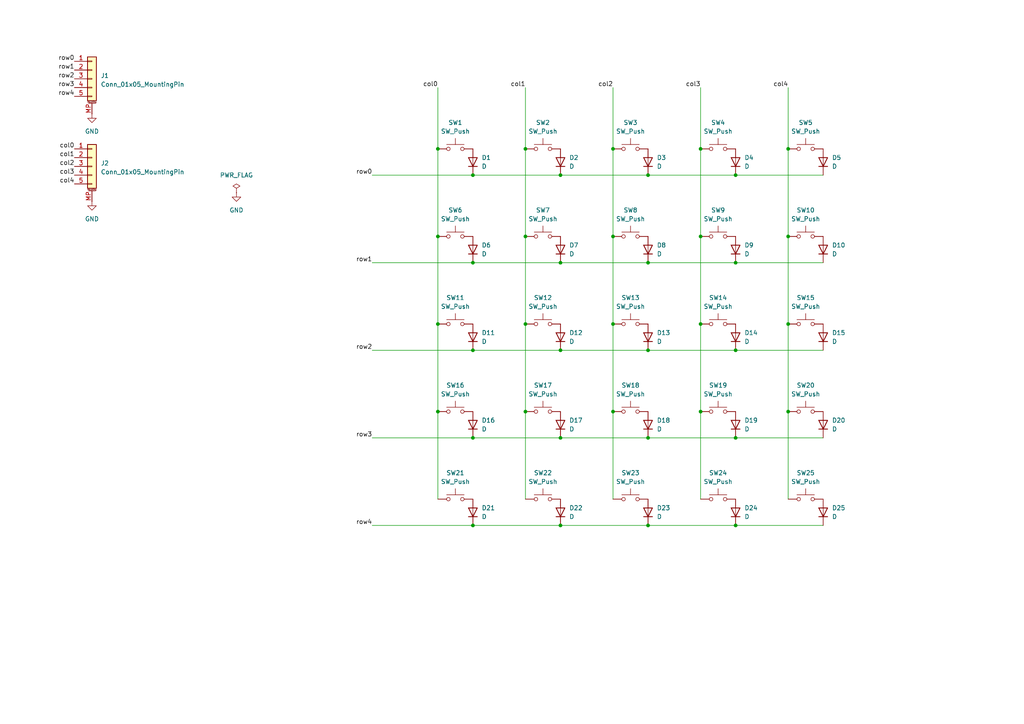
<source format=kicad_sch>
(kicad_sch (version 20231120) (generator "eeschema") (generator_version "8.0")
  (paper "A4")
  (lib_symbols
    (symbol "Connector_Generic_MountingPin:Conn_01x05_MountingPin" (pin_names (offset 1.016) hide)
      (property "Reference" "J" (at 0 7.62 0))
      (property "Value" "Conn_01x05_MountingPin" (at 1.27 -7.62 0))
      (symbol "Conn_01x05_MountingPin_1_1"
        (rectangle (start -1.27 -4.953) (end 0 -5.207) (stroke (width 0.1524)))
        (rectangle (start -1.27 -2.413) (end 0 -2.667) (stroke (width 0.1524)))
        (rectangle (start -1.27 0.127) (end 0 -0.127) (stroke (width 0.1524)))
        (rectangle (start -1.27 2.667) (end 0 2.413) (stroke (width 0.1524)))
        (rectangle (start -1.27 5.207) (end 0 4.953) (stroke (width 0.1524)))
        (rectangle (start -1.27 6.35) (end 1.27 -6.35) (stroke (width 0.254)) (fill (type background)))
        (polyline (pts (xy -1.016 -7.112) (xy 1.016 -7.112)) (stroke (width 0.1524)))
        (text "Mounting" (at 0 -6.731 0) (effects (font (size 0.381 0.381))))
        (pin passive line (at -5.08 5.08 0) (length 3.81) (name "Pin_1") (number "1"))
        (pin passive line (at -5.08 2.54 0) (length 3.81) (name "Pin_2") (number "2"))
        (pin passive line (at -5.08 0 0) (length 3.81) (name "Pin_3") (number "3"))
        (pin passive line (at -5.08 -2.54 0) (length 3.81) (name "Pin_4") (number "4"))
        (pin passive line (at -5.08 -5.08 0) (length 3.81) (name "Pin_5") (number "5"))
        (pin passive line (at 0 -10.16 90) (length 3.048) (name "MountPin") (number "MP"))
      )
    )
    (symbol "Device:D" (pin_numbers hide) (pin_names (offset 1.016) hide)
      (property "Reference" "D" (at 0 2.54 0))
      (property "Value" "D" (at 0 -2.54 0))
      (symbol "D_0_1"
        (polyline (pts (xy -1.27 1.27) (xy -1.27 -1.27)) (stroke (width 0.254)))
        (polyline (pts (xy 1.27 0) (xy -1.27 0)))
        (polyline (pts (xy 1.27 1.27) (xy 1.27 -1.27) (xy -1.27 0) (xy 1.27 1.27)) (stroke (width 0.254)))
      )
      (symbol "D_1_1"
        (pin passive line (at -3.81 0 0) (length 2.54) (name "K") (number "1"))
        (pin passive line (at 3.81 0 180) (length 2.54) (name "A") (number "2"))
      )
    )
    (symbol "Switch:SW_Push" (pin_numbers hide) (pin_names (offset 1.016) hide)
      (property "Reference" "SW" (at 1.27 2.54 0))
      (property "Value" "SW_Push" (at 0 -1.524 0))
      (symbol "SW_Push_0_1"
        (circle (center -2.032 0) (radius 0.508))
        (polyline (pts (xy 0 1.27) (xy 0 3.048)))
        (polyline (pts (xy 2.54 1.27) (xy -2.54 1.27)))
        (circle (center 2.032 0) (radius 0.508))
        (pin passive line (at -5.08 0 0) (length 2.54) (name "1") (number "1"))
        (pin passive line (at 5.08 0 180) (length 2.54) (name "2") (number "2"))
      )
    )
    (symbol "power:GND" (power) (pin_numbers hide) (pin_names (offset 0) hide)
      (property "Value" "GND" (at 0 -3.81 0))
      (symbol "GND_0_1"
        (polyline (pts (xy 0 0) (xy 0 -1.27) (xy 1.27 -1.27) (xy 0 -2.54) (xy -1.27 -1.27) (xy 0 -1.27)))
      )
      (symbol "GND_1_1"
        (pin power_in line (at 0 0 270) (length 0) (name "~") (number "1"))
      )
    )
    (symbol "power:PWR_FLAG" (power) (pin_numbers hide) (pin_names (offset 0) hide)
      (property "Value" "PWR_FLAG" (at 0 3.81 0))
      (symbol "PWR_FLAG_0_0"
        (pin power_out line (at 0 0 90) (length 0) (name "~") (number "1"))
      )
      (symbol "PWR_FLAG_0_1"
        (polyline (pts (xy 0 0) (xy 0 1.27) (xy -1.016 1.905) (xy 0 2.54) (xy 1.016 1.905) (xy 0 1.27)))
      )
    )
  )
  (junction (at 213.36 152.4))
  (junction (at 213.36 50.8))
  (junction (at 137.16 127))
  (junction (at 187.96 50.8))
  (junction (at 177.8 93.98))
  (junction (at 228.6 119.38))
  (junction (at 228.6 43.18))
  (junction (at 203.2 119.38))
  (junction (at 127 68.58))
  (junction (at 213.36 76.2))
  (junction (at 177.8 43.18))
  (junction (at 187.96 152.4))
  (junction (at 162.56 76.2))
  (junction (at 162.56 152.4))
  (junction (at 177.8 119.38))
  (junction (at 127 43.18))
  (junction (at 127 93.98))
  (junction (at 137.16 101.6))
  (junction (at 187.96 127))
  (junction (at 177.8 68.58))
  (junction (at 228.6 68.58))
  (junction (at 137.16 76.2))
  (junction (at 187.96 101.6))
  (junction (at 213.36 127))
  (junction (at 152.4 119.38))
  (junction (at 152.4 43.18))
  (junction (at 213.36 101.6))
  (junction (at 162.56 50.8))
  (junction (at 162.56 127))
  (junction (at 162.56 101.6))
  (junction (at 187.96 76.2))
  (junction (at 137.16 50.8))
  (junction (at 152.4 93.98))
  (junction (at 137.16 152.4))
  (junction (at 203.2 43.18))
  (junction (at 228.6 93.98))
  (junction (at 127 119.38))
  (junction (at 152.4 68.58))
  (junction (at 203.2 68.58))
  (junction (at 203.2 93.98))
  (wire (pts (xy 162.56 152.4) (xy 187.96 152.4)))
  (wire (pts (xy 127 93.98) (xy 127 119.38)))
  (wire (pts (xy 213.36 152.4) (xy 238.76 152.4)))
  (wire (pts (xy 213.36 127) (xy 238.76 127)))
  (wire (pts (xy 203.2 25.4) (xy 203.2 43.18)))
  (wire (pts (xy 228.6 68.58) (xy 228.6 93.98)))
  (wire (pts (xy 107.95 101.6) (xy 137.16 101.6)))
  (wire (pts (xy 187.96 76.2) (xy 213.36 76.2)))
  (wire (pts (xy 137.16 127) (xy 162.56 127)))
  (wire (pts (xy 152.4 93.98) (xy 152.4 119.38)))
  (wire (pts (xy 127 43.18) (xy 127 68.58)))
  (wire (pts (xy 203.2 68.58) (xy 203.2 93.98)))
  (wire (pts (xy 177.8 43.18) (xy 177.8 68.58)))
  (wire (pts (xy 162.56 76.2) (xy 187.96 76.2)))
  (wire (pts (xy 203.2 93.98) (xy 203.2 119.38)))
  (wire (pts (xy 187.96 127) (xy 213.36 127)))
  (wire (pts (xy 107.95 76.2) (xy 137.16 76.2)))
  (wire (pts (xy 187.96 50.8) (xy 213.36 50.8)))
  (wire (pts (xy 228.6 93.98) (xy 228.6 119.38)))
  (wire (pts (xy 177.8 25.4) (xy 177.8 43.18)))
  (wire (pts (xy 228.6 43.18) (xy 228.6 68.58)))
  (wire (pts (xy 127 25.4) (xy 127 43.18)))
  (wire (pts (xy 187.96 152.4) (xy 213.36 152.4)))
  (wire (pts (xy 107.95 50.8) (xy 137.16 50.8)))
  (wire (pts (xy 107.95 152.4) (xy 137.16 152.4)))
  (wire (pts (xy 137.16 152.4) (xy 162.56 152.4)))
  (wire (pts (xy 213.36 76.2) (xy 238.76 76.2)))
  (wire (pts (xy 127 119.38) (xy 127 144.78)))
  (wire (pts (xy 152.4 43.18) (xy 152.4 68.58)))
  (wire (pts (xy 213.36 50.8) (xy 238.76 50.8)))
  (wire (pts (xy 152.4 68.58) (xy 152.4 93.98)))
  (wire (pts (xy 162.56 101.6) (xy 187.96 101.6)))
  (wire (pts (xy 177.8 119.38) (xy 177.8 144.78)))
  (wire (pts (xy 187.96 101.6) (xy 213.36 101.6)))
  (wire (pts (xy 228.6 25.4) (xy 228.6 43.18)))
  (wire (pts (xy 203.2 43.18) (xy 203.2 68.58)))
  (wire (pts (xy 162.56 50.8) (xy 187.96 50.8)))
  (wire (pts (xy 213.36 101.6) (xy 238.76 101.6)))
  (wire (pts (xy 177.8 93.98) (xy 177.8 119.38)))
  (wire (pts (xy 137.16 50.8) (xy 162.56 50.8)))
  (wire (pts (xy 137.16 101.6) (xy 162.56 101.6)))
  (wire (pts (xy 177.8 68.58) (xy 177.8 93.98)))
  (wire (pts (xy 152.4 119.38) (xy 152.4 144.78)))
  (wire (pts (xy 127 68.58) (xy 127 93.98)))
  (wire (pts (xy 162.56 127) (xy 187.96 127)))
  (wire (pts (xy 152.4 25.4) (xy 152.4 43.18)))
  (wire (pts (xy 137.16 76.2) (xy 162.56 76.2)))
  (wire (pts (xy 107.95 127) (xy 137.16 127)))
  (wire (pts (xy 228.6 119.38) (xy 228.6 144.78)))
  (wire (pts (xy 203.2 119.38) (xy 203.2 144.78)))
  (label "row1" (at 107.95 76.2 180))
  (label "col1" (at 152.4 25.4 180))
  (label "col2" (at 21.59 48.26 180))
  (label "col0" (at 21.59 43.18 180))
  (label "row1" (at 21.59 20.32 180))
  (label "row4" (at 21.59 27.94 180))
  (label "col2" (at 177.8 25.4 180))
  (label "col4" (at 228.6 25.4 180))
  (label "row0" (at 107.95 50.8 180))
  (label "row0" (at 21.59 17.78 180))
  (label "col4" (at 21.59 53.34 180))
  (label "col3" (at 203.2 25.4 180))
  (label "row3" (at 107.95 127 180))
  (label "row4" (at 107.95 152.4 180))
  (label "row3" (at 21.59 25.4 180))
  (label "col1" (at 21.59 45.72 180))
  (label "row2" (at 107.95 101.6 180))
  (label "row2" (at 21.59 22.86 180))
  (label "col0" (at 127 25.4 180))
  (label "col3" (at 21.59 50.8 180))
  (symbol (lib_id "Switch:SW_Push") (at 233.68 68.58 0) (unit 1)
    (property "Reference" "SW10" (at 233.68 60.96 0))
    (property "Value" "SW_Push" (at 233.68 63.5 0))
    (property "Footprint" "PCM_Switch_Keyboard_Hotswap_Kailh:SW_Hotswap_Kailh_Choc_V1V2" (effects (hide yes)))
    (property "Description" "SWITCH SKT FOR KAILH CHOC" (effects (hide yes)))
    (property "Manufacturer Part number" "5118" (effects (hide yes)))
    (property "Original" "Y" (effects (hide yes)))
    (property "Purchase Link" "https://www.digikey.com/en/products/detail/adafruit-industries-llc/5118/14671678" (effects (hide yes)))
  )
  (symbol (lib_id "Switch:SW_Push") (at 132.08 144.78 0) (unit 1)
    (property "Reference" "SW21" (at 132.08 137.16 0))
    (property "Value" "SW_Push" (at 132.08 139.7 0))
    (property "Footprint" "PCM_Switch_Keyboard_Hotswap_Kailh:SW_Hotswap_Kailh_Choc_V1V2" (effects (hide yes)))
    (property "Description" "SWITCH SKT FOR KAILH CHOC" (effects (hide yes)))
    (property "Manufacturer Part number" "5118" (effects (hide yes)))
    (property "Original" "Y" (effects (hide yes)))
    (property "Purchase Link" "https://www.digikey.com/en/products/detail/adafruit-industries-llc/5118/14671678" (effects (hide yes)))
  )
  (symbol (lib_id "Device:D") (at 162.56 97.79 90) (unit 1)
    (property "Reference" "D12" (at 165.1 96.5199 90) (effects (justify right)))
    (property "Value" "D" (at 165.1 99.0599 90) (effects (justify right)))
    (property "Footprint" "Diode_SMD:D_0402_1005Metric" (effects (hide yes)))
    (property "Description" "DIODE STANDARD 100V 150MA 2DFN" (effects (hide yes)))
    (property "Manufacturer Part number" "1N4148WL2-TP" (effects (hide yes)))
    (property "Original" "N" (effects (hide yes)))
    (property "Purchase Link" "https://www.digikey.jp/ja/products/detail/mcc-micro-commercial-components/1N4148WL2-TP/6193188" (effects (hide yes)))
  )
  (symbol (lib_id "Device:D") (at 162.56 46.99 90) (unit 1)
    (property "Reference" "D2" (at 165.1 45.7199 90) (effects (justify right)))
    (property "Value" "D" (at 165.1 48.2599 90) (effects (justify right)))
    (property "Footprint" "Diode_SMD:D_0402_1005Metric" (effects (hide yes)))
    (property "Description" "DIODE STANDARD 100V 150MA 2DFN" (effects (hide yes)))
    (property "Manufacturer Part number" "1N4148WL2-TP" (effects (hide yes)))
    (property "Original" "N" (effects (hide yes)))
    (property "Purchase Link" "https://www.digikey.jp/ja/products/detail/mcc-micro-commercial-components/1N4148WL2-TP/6193188" (effects (hide yes)))
  )
  (symbol (lib_id "power:GND") (at 68.58 55.88 0) (unit 1)
    (property "Reference" "#PWR2" (effects (hide yes)))
    (property "Value" "GND" (at 68.58 60.96 0))
    (property "Description" "Power symbol creates a global label with name \"GND\" , ground" (effects (hide yes)))
  )
  (symbol (lib_id "Device:D") (at 213.36 46.99 90) (unit 1)
    (property "Reference" "D4" (at 215.9 45.7199 90) (effects (justify right)))
    (property "Value" "D" (at 215.9 48.2599 90) (effects (justify right)))
    (property "Footprint" "Diode_SMD:D_0402_1005Metric" (effects (hide yes)))
    (property "Description" "DIODE STANDARD 100V 150MA 2DFN" (effects (hide yes)))
    (property "Manufacturer Part number" "1N4148WL2-TP" (effects (hide yes)))
    (property "Original" "N" (effects (hide yes)))
    (property "Purchase Link" "https://www.digikey.jp/ja/products/detail/mcc-micro-commercial-components/1N4148WL2-TP/6193188" (effects (hide yes)))
  )
  (symbol (lib_id "Switch:SW_Push") (at 132.08 68.58 0) (unit 1)
    (property "Reference" "SW6" (at 132.08 60.96 0))
    (property "Value" "SW_Push" (at 132.08 63.5 0))
    (property "Footprint" "PCM_Switch_Keyboard_Hotswap_Kailh:SW_Hotswap_Kailh_Choc_V1V2" (effects (hide yes)))
    (property "Description" "SWITCH SKT FOR KAILH CHOC" (effects (hide yes)))
    (property "Manufacturer Part number" "5118" (effects (hide yes)))
    (property "Original" "Y" (effects (hide yes)))
    (property "Purchase Link" "https://www.digikey.com/en/products/detail/adafruit-industries-llc/5118/14671678" (effects (hide yes)))
  )
  (symbol (lib_id "Switch:SW_Push") (at 157.48 43.18 0) (unit 1)
    (property "Reference" "SW2" (at 157.48 35.56 0))
    (property "Value" "SW_Push" (at 157.48 38.1 0))
    (property "Footprint" "PCM_Switch_Keyboard_Hotswap_Kailh:SW_Hotswap_Kailh_Choc_V1V2" (effects (hide yes)))
    (property "Description" "SWITCH SKT FOR KAILH CHOC" (effects (hide yes)))
    (property "Manufacturer Part number" "5118" (effects (hide yes)))
    (property "Original" "Y" (effects (hide yes)))
    (property "Purchase Link" "https://www.digikey.com/en/products/detail/adafruit-industries-llc/5118/14671678" (effects (hide yes)))
  )
  (symbol (lib_id "Switch:SW_Push") (at 182.88 43.18 0) (unit 1)
    (property "Reference" "SW3" (at 182.88 35.56 0))
    (property "Value" "SW_Push" (at 182.88 38.1 0))
    (property "Footprint" "PCM_Switch_Keyboard_Hotswap_Kailh:SW_Hotswap_Kailh_Choc_V1V2" (effects (hide yes)))
    (property "Description" "SWITCH SKT FOR KAILH CHOC" (effects (hide yes)))
    (property "Manufacturer Part number" "5118" (effects (hide yes)))
    (property "Original" "Y" (effects (hide yes)))
    (property "Purchase Link" "https://www.digikey.com/en/products/detail/adafruit-industries-llc/5118/14671678" (effects (hide yes)))
  )
  (symbol (lib_id "Device:D") (at 187.96 148.59 90) (unit 1)
    (property "Reference" "D23" (at 190.5 147.3199 90) (effects (justify right)))
    (property "Value" "D" (at 190.5 149.8599 90) (effects (justify right)))
    (property "Footprint" "Diode_SMD:D_0402_1005Metric" (effects (hide yes)))
    (property "Description" "DIODE STANDARD 100V 150MA 2DFN" (effects (hide yes)))
    (property "Manufacturer Part number" "1N4148WL2-TP" (effects (hide yes)))
    (property "Original" "N" (effects (hide yes)))
    (property "Purchase Link" "https://www.digikey.jp/ja/products/detail/mcc-micro-commercial-components/1N4148WL2-TP/6193188" (effects (hide yes)))
  )
  (symbol (lib_id "Switch:SW_Push") (at 157.48 144.78 0) (unit 1)
    (property "Reference" "SW22" (at 157.48 137.16 0))
    (property "Value" "SW_Push" (at 157.48 139.7 0))
    (property "Footprint" "PCM_Switch_Keyboard_Hotswap_Kailh:SW_Hotswap_Kailh_Choc_V1V2" (effects (hide yes)))
    (property "Description" "SWITCH SKT FOR KAILH CHOC" (effects (hide yes)))
    (property "Manufacturer Part number" "5118" (effects (hide yes)))
    (property "Original" "Y" (effects (hide yes)))
    (property "Purchase Link" "https://www.digikey.com/en/products/detail/adafruit-industries-llc/5118/14671678" (effects (hide yes)))
  )
  (symbol (lib_id "Switch:SW_Push") (at 132.08 93.98 0) (unit 1)
    (property "Reference" "SW11" (at 132.08 86.36 0))
    (property "Value" "SW_Push" (at 132.08 88.9 0))
    (property "Footprint" "PCM_Switch_Keyboard_Hotswap_Kailh:SW_Hotswap_Kailh_Choc_V1V2" (effects (hide yes)))
    (property "Description" "SWITCH SKT FOR KAILH CHOC" (effects (hide yes)))
    (property "Manufacturer Part number" "5118" (effects (hide yes)))
    (property "Original" "Y" (effects (hide yes)))
    (property "Purchase Link" "https://www.digikey.com/en/products/detail/adafruit-industries-llc/5118/14671678" (effects (hide yes)))
  )
  (symbol (lib_id "Device:D") (at 238.76 97.79 90) (unit 1)
    (property "Reference" "D15" (at 241.3 96.5199 90) (effects (justify right)))
    (property "Value" "D" (at 241.3 99.0599 90) (effects (justify right)))
    (property "Footprint" "Diode_SMD:D_0402_1005Metric" (effects (hide yes)))
    (property "Description" "DIODE STANDARD 100V 150MA 2DFN" (effects (hide yes)))
    (property "Manufacturer Part number" "1N4148WL2-TP" (effects (hide yes)))
    (property "Original" "N" (effects (hide yes)))
    (property "Purchase Link" "https://www.digikey.jp/ja/products/detail/mcc-micro-commercial-components/1N4148WL2-TP/6193188" (effects (hide yes)))
  )
  (symbol (lib_id "Switch:SW_Push") (at 233.68 43.18 0) (unit 1)
    (property "Reference" "SW5" (at 233.68 35.56 0))
    (property "Value" "SW_Push" (at 233.68 38.1 0))
    (property "Footprint" "PCM_Switch_Keyboard_Hotswap_Kailh:SW_Hotswap_Kailh_Choc_V1V2" (effects (hide yes)))
    (property "Description" "SWITCH SKT FOR KAILH CHOC" (effects (hide yes)))
    (property "Manufacturer Part number" "5118" (effects (hide yes)))
    (property "Original" "Y" (effects (hide yes)))
    (property "Purchase Link" "https://www.digikey.com/en/products/detail/adafruit-industries-llc/5118/14671678" (effects (hide yes)))
  )
  (symbol (lib_id "Device:D") (at 213.36 123.19 90) (unit 1)
    (property "Reference" "D19" (at 215.9 121.9199 90) (effects (justify right)))
    (property "Value" "D" (at 215.9 124.4599 90) (effects (justify right)))
    (property "Footprint" "Diode_SMD:D_0402_1005Metric" (effects (hide yes)))
    (property "Description" "DIODE STANDARD 100V 150MA 2DFN" (effects (hide yes)))
    (property "Manufacturer Part number" "1N4148WL2-TP" (effects (hide yes)))
    (property "Original" "N" (effects (hide yes)))
    (property "Purchase Link" "https://www.digikey.jp/ja/products/detail/mcc-micro-commercial-components/1N4148WL2-TP/6193188" (effects (hide yes)))
  )
  (symbol (lib_id "Switch:SW_Push") (at 182.88 68.58 0) (unit 1)
    (property "Reference" "SW8" (at 182.88 60.96 0))
    (property "Value" "SW_Push" (at 182.88 63.5 0))
    (property "Footprint" "PCM_Switch_Keyboard_Hotswap_Kailh:SW_Hotswap_Kailh_Choc_V1V2" (effects (hide yes)))
    (property "Description" "SWITCH SKT FOR KAILH CHOC" (effects (hide yes)))
    (property "Manufacturer Part number" "5118" (effects (hide yes)))
    (property "Original" "Y" (effects (hide yes)))
    (property "Purchase Link" "https://www.digikey.com/en/products/detail/adafruit-industries-llc/5118/14671678" (effects (hide yes)))
  )
  (symbol (lib_id "Device:D") (at 137.16 148.59 90) (unit 1)
    (property "Reference" "D21" (at 139.7 147.3199 90) (effects (justify right)))
    (property "Value" "D" (at 139.7 149.8599 90) (effects (justify right)))
    (property "Footprint" "Diode_SMD:D_0402_1005Metric" (effects (hide yes)))
    (property "Description" "DIODE STANDARD 100V 150MA 2DFN" (effects (hide yes)))
    (property "Manufacturer Part number" "1N4148WL2-TP" (effects (hide yes)))
    (property "Original" "N" (effects (hide yes)))
    (property "Purchase Link" "https://www.digikey.jp/ja/products/detail/mcc-micro-commercial-components/1N4148WL2-TP/6193188" (effects (hide yes)))
  )
  (symbol (lib_id "Switch:SW_Push") (at 182.88 93.98 0) (unit 1)
    (property "Reference" "SW13" (at 182.88 86.36 0))
    (property "Value" "SW_Push" (at 182.88 88.9 0))
    (property "Footprint" "PCM_Switch_Keyboard_Hotswap_Kailh:SW_Hotswap_Kailh_Choc_V1V2" (effects (hide yes)))
    (property "Description" "SWITCH SKT FOR KAILH CHOC" (effects (hide yes)))
    (property "Manufacturer Part number" "5118" (effects (hide yes)))
    (property "Original" "Y" (effects (hide yes)))
    (property "Purchase Link" "https://www.digikey.com/en/products/detail/adafruit-industries-llc/5118/14671678" (effects (hide yes)))
  )
  (symbol (lib_id "Device:D") (at 238.76 72.39 90) (unit 1)
    (property "Reference" "D10" (at 241.3 71.1199 90) (effects (justify right)))
    (property "Value" "D" (at 241.3 73.6599 90) (effects (justify right)))
    (property "Footprint" "Diode_SMD:D_0402_1005Metric" (effects (hide yes)))
    (property "Description" "DIODE STANDARD 100V 150MA 2DFN" (effects (hide yes)))
    (property "Manufacturer Part number" "1N4148WL2-TP" (effects (hide yes)))
    (property "Original" "N" (effects (hide yes)))
    (property "Purchase Link" "https://www.digikey.jp/ja/products/detail/mcc-micro-commercial-components/1N4148WL2-TP/6193188" (effects (hide yes)))
  )
  (symbol (lib_id "power:GND") (at 26.67 58.42 0) (unit 1)
    (property "Reference" "#PWR3" (effects (hide yes)))
    (property "Value" "GND" (at 26.67 63.5 0))
    (property "Description" "Power symbol creates a global label with name \"GND\" , ground" (effects (hide yes)))
  )
  (symbol (lib_id "Device:D") (at 162.56 72.39 90) (unit 1)
    (property "Reference" "D7" (at 165.1 71.1199 90) (effects (justify right)))
    (property "Value" "D" (at 165.1 73.6599 90) (effects (justify right)))
    (property "Footprint" "Diode_SMD:D_0402_1005Metric" (effects (hide yes)))
    (property "Description" "DIODE STANDARD 100V 150MA 2DFN" (effects (hide yes)))
    (property "Manufacturer Part number" "1N4148WL2-TP" (effects (hide yes)))
    (property "Original" "N" (effects (hide yes)))
    (property "Purchase Link" "https://www.digikey.jp/ja/products/detail/mcc-micro-commercial-components/1N4148WL2-TP/6193188" (effects (hide yes)))
  )
  (symbol (lib_id "Switch:SW_Push") (at 208.28 68.58 0) (unit 1)
    (property "Reference" "SW9" (at 208.28 60.96 0))
    (property "Value" "SW_Push" (at 208.28 63.5 0))
    (property "Footprint" "PCM_Switch_Keyboard_Hotswap_Kailh:SW_Hotswap_Kailh_Choc_V1V2" (effects (hide yes)))
    (property "Description" "SWITCH SKT FOR KAILH CHOC" (effects (hide yes)))
    (property "Manufacturer Part number" "5118" (effects (hide yes)))
    (property "Original" "Y" (effects (hide yes)))
    (property "Purchase Link" "https://www.digikey.com/en/products/detail/adafruit-industries-llc/5118/14671678" (effects (hide yes)))
  )
  (symbol (lib_id "Switch:SW_Push") (at 132.08 119.38 0) (unit 1)
    (property "Reference" "SW16" (at 132.08 111.76 0))
    (property "Value" "SW_Push" (at 132.08 114.3 0))
    (property "Footprint" "PCM_Switch_Keyboard_Hotswap_Kailh:SW_Hotswap_Kailh_Choc_V1V2" (effects (hide yes)))
    (property "Description" "SWITCH SKT FOR KAILH CHOC" (effects (hide yes)))
    (property "Manufacturer Part number" "5118" (effects (hide yes)))
    (property "Original" "Y" (effects (hide yes)))
    (property "Purchase Link" "https://www.digikey.com/en/products/detail/adafruit-industries-llc/5118/14671678" (effects (hide yes)))
  )
  (symbol (lib_id "Device:D") (at 187.96 123.19 90) (unit 1)
    (property "Reference" "D18" (at 190.5 121.9199 90) (effects (justify right)))
    (property "Value" "D" (at 190.5 124.4599 90) (effects (justify right)))
    (property "Footprint" "Diode_SMD:D_0402_1005Metric" (effects (hide yes)))
    (property "Description" "DIODE STANDARD 100V 150MA 2DFN" (effects (hide yes)))
    (property "Manufacturer Part number" "1N4148WL2-TP" (effects (hide yes)))
    (property "Original" "N" (effects (hide yes)))
    (property "Purchase Link" "https://www.digikey.jp/ja/products/detail/mcc-micro-commercial-components/1N4148WL2-TP/6193188" (effects (hide yes)))
  )
  (symbol (lib_id "Connector_Generic_MountingPin:Conn_01x05_MountingPin") (at 26.67 22.86 0) (unit 1)
    (property "Reference" "J1" (at 29.21 21.9455 0) (effects (justify left)))
    (property "Value" "Conn_01x05_MountingPin" (at 29.21 24.4855 0) (effects (justify left)))
    (property "Footprint" "Connector_JST:JST_PH_S5B-PH-SM4-TB_1x05-1MP_P2.00mm_Horizontal" (effects (hide yes)))
    (property "Description" "S5B-PH-SM4-TB" (effects (hide yes)))
    (property "Manufacturer Part number" "S5B-PH-SM4-TB" (effects (hide yes)))
    (property "Original" "N" (effects (hide yes)))
    (property "Purchase Link" "https://www.digikey.jp/en/products/detail/jst-sales-america-inc/s5b-ph-sm4-tb/926658" (effects (hide yes)))
  )
  (symbol (lib_id "Device:D") (at 187.96 97.79 90) (unit 1)
    (property "Reference" "D13" (at 190.5 96.5199 90) (effects (justify right)))
    (property "Value" "D" (at 190.5 99.0599 90) (effects (justify right)))
    (property "Footprint" "Diode_SMD:D_0402_1005Metric" (effects (hide yes)))
    (property "Description" "DIODE STANDARD 100V 150MA 2DFN" (effects (hide yes)))
    (property "Manufacturer Part number" "1N4148WL2-TP" (effects (hide yes)))
    (property "Original" "N" (effects (hide yes)))
    (property "Purchase Link" "https://www.digikey.jp/ja/products/detail/mcc-micro-commercial-components/1N4148WL2-TP/6193188" (effects (hide yes)))
  )
  (symbol (lib_id "Device:D") (at 187.96 46.99 90) (unit 1)
    (property "Reference" "D3" (at 190.5 45.7199 90) (effects (justify right)))
    (property "Value" "D" (at 190.5 48.2599 90) (effects (justify right)))
    (property "Footprint" "Diode_SMD:D_0402_1005Metric" (effects (hide yes)))
    (property "Description" "DIODE STANDARD 100V 150MA 2DFN" (effects (hide yes)))
    (property "Manufacturer Part number" "1N4148WL2-TP" (effects (hide yes)))
    (property "Original" "N" (effects (hide yes)))
    (property "Purchase Link" "https://www.digikey.jp/ja/products/detail/mcc-micro-commercial-components/1N4148WL2-TP/6193188" (effects (hide yes)))
  )
  (symbol (lib_id "Device:D") (at 213.36 72.39 90) (unit 1)
    (property "Reference" "D9" (at 215.9 71.1199 90) (effects (justify right)))
    (property "Value" "D" (at 215.9 73.6599 90) (effects (justify right)))
    (property "Footprint" "Diode_SMD:D_0402_1005Metric" (effects (hide yes)))
    (property "Description" "DIODE STANDARD 100V 150MA 2DFN" (effects (hide yes)))
    (property "Manufacturer Part number" "1N4148WL2-TP" (effects (hide yes)))
    (property "Original" "N" (effects (hide yes)))
    (property "Purchase Link" "https://www.digikey.jp/ja/products/detail/mcc-micro-commercial-components/1N4148WL2-TP/6193188" (effects (hide yes)))
  )
  (symbol (lib_id "Device:D") (at 137.16 72.39 90) (unit 1)
    (property "Reference" "D6" (at 139.7 71.1199 90) (effects (justify right)))
    (property "Value" "D" (at 139.7 73.6599 90) (effects (justify right)))
    (property "Footprint" "Diode_SMD:D_0402_1005Metric" (effects (hide yes)))
    (property "Description" "DIODE STANDARD 100V 150MA 2DFN" (effects (hide yes)))
    (property "Manufacturer Part number" "1N4148WL2-TP" (effects (hide yes)))
    (property "Original" "N" (effects (hide yes)))
    (property "Purchase Link" "https://www.digikey.jp/ja/products/detail/mcc-micro-commercial-components/1N4148WL2-TP/6193188" (effects (hide yes)))
  )
  (symbol (lib_id "Switch:SW_Push") (at 132.08 43.18 0) (unit 1)
    (property "Reference" "SW1" (at 132.08 35.56 0))
    (property "Value" "SW_Push" (at 132.08 38.1 0))
    (property "Footprint" "PCM_Switch_Keyboard_Hotswap_Kailh:SW_Hotswap_Kailh_Choc_V1V2" (effects (hide yes)))
    (property "Description" "SWITCH SKT FOR KAILH CHOC" (effects (hide yes)))
    (property "Manufacturer Part number" "5118" (effects (hide yes)))
    (property "Original" "Y" (effects (hide yes)))
    (property "Purchase Link" "https://www.digikey.com/en/products/detail/adafruit-industries-llc/5118/14671678" (effects (hide yes)))
  )
  (symbol (lib_id "power:GND") (at 26.67 33.02 0) (unit 1)
    (property "Reference" "#PWR1" (effects (hide yes)))
    (property "Value" "GND" (at 26.67 38.1 0))
    (property "Description" "Power symbol creates a global label with name \"GND\" , ground" (effects (hide yes)))
  )
  (symbol (lib_id "Switch:SW_Push") (at 182.88 119.38 0) (unit 1)
    (property "Reference" "SW18" (at 182.88 111.76 0))
    (property "Value" "SW_Push" (at 182.88 114.3 0))
    (property "Footprint" "PCM_Switch_Keyboard_Hotswap_Kailh:SW_Hotswap_Kailh_Choc_V1V2" (effects (hide yes)))
    (property "Description" "SWITCH SKT FOR KAILH CHOC" (effects (hide yes)))
    (property "Manufacturer Part number" "5118" (effects (hide yes)))
    (property "Original" "Y" (effects (hide yes)))
    (property "Purchase Link" "https://www.digikey.com/en/products/detail/adafruit-industries-llc/5118/14671678" (effects (hide yes)))
  )
  (symbol (lib_id "Switch:SW_Push") (at 157.48 93.98 0) (unit 1)
    (property "Reference" "SW12" (at 157.48 86.36 0))
    (property "Value" "SW_Push" (at 157.48 88.9 0))
    (property "Footprint" "PCM_Switch_Keyboard_Hotswap_Kailh:SW_Hotswap_Kailh_Choc_V1V2" (effects (hide yes)))
    (property "Description" "SWITCH SKT FOR KAILH CHOC" (effects (hide yes)))
    (property "Manufacturer Part number" "5118" (effects (hide yes)))
    (property "Original" "Y" (effects (hide yes)))
    (property "Purchase Link" "https://www.digikey.com/en/products/detail/adafruit-industries-llc/5118/14671678" (effects (hide yes)))
  )
  (symbol (lib_id "Device:D") (at 137.16 123.19 90) (unit 1)
    (property "Reference" "D16" (at 139.7 121.9199 90) (effects (justify right)))
    (property "Value" "D" (at 139.7 124.4599 90) (effects (justify right)))
    (property "Footprint" "Diode_SMD:D_0402_1005Metric" (effects (hide yes)))
    (property "Description" "DIODE STANDARD 100V 150MA 2DFN" (effects (hide yes)))
    (property "Manufacturer Part number" "1N4148WL2-TP" (effects (hide yes)))
    (property "Original" "N" (effects (hide yes)))
    (property "Purchase Link" "https://www.digikey.jp/ja/products/detail/mcc-micro-commercial-components/1N4148WL2-TP/6193188" (effects (hide yes)))
  )
  (symbol (lib_id "Switch:SW_Push") (at 233.68 93.98 0) (unit 1)
    (property "Reference" "SW15" (at 233.68 86.36 0))
    (property "Value" "SW_Push" (at 233.68 88.9 0))
    (property "Footprint" "PCM_Switch_Keyboard_Hotswap_Kailh:SW_Hotswap_Kailh_Choc_V1V2" (effects (hide yes)))
    (property "Description" "SWITCH SKT FOR KAILH CHOC" (effects (hide yes)))
    (property "Manufacturer Part number" "5118" (effects (hide yes)))
    (property "Original" "Y" (effects (hide yes)))
    (property "Purchase Link" "https://www.digikey.com/en/products/detail/adafruit-industries-llc/5118/14671678" (effects (hide yes)))
  )
  (symbol (lib_id "Device:D") (at 137.16 46.99 90) (unit 1)
    (property "Reference" "D1" (at 139.7 45.7199 90) (effects (justify right)))
    (property "Value" "D" (at 139.7 48.2599 90) (effects (justify right)))
    (property "Footprint" "Diode_SMD:D_0402_1005Metric" (effects (hide yes)))
    (property "Description" "DIODE STANDARD 100V 150MA 2DFN" (effects (hide yes)))
    (property "Manufacturer Part number" "1N4148WL2-TP" (effects (hide yes)))
    (property "Original" "N" (effects (hide yes)))
    (property "Purchase Link" "https://www.digikey.jp/ja/products/detail/mcc-micro-commercial-components/1N4148WL2-TP/6193188" (effects (hide yes)))
  )
  (symbol (lib_id "Device:D") (at 238.76 148.59 90) (unit 1)
    (property "Reference" "D25" (at 241.3 147.3199 90) (effects (justify right)))
    (property "Value" "D" (at 241.3 149.8599 90) (effects (justify right)))
    (property "Footprint" "Diode_SMD:D_0402_1005Metric" (effects (hide yes)))
    (property "Description" "DIODE STANDARD 100V 150MA 2DFN" (effects (hide yes)))
    (property "Manufacturer Part number" "1N4148WL2-TP" (effects (hide yes)))
    (property "Original" "N" (effects (hide yes)))
    (property "Purchase Link" "https://www.digikey.jp/ja/products/detail/mcc-micro-commercial-components/1N4148WL2-TP/6193188" (effects (hide yes)))
  )
  (symbol (lib_id "Device:D") (at 137.16 97.79 90) (unit 1)
    (property "Reference" "D11" (at 139.7 96.5199 90) (effects (justify right)))
    (property "Value" "D" (at 139.7 99.0599 90) (effects (justify right)))
    (property "Footprint" "Diode_SMD:D_0402_1005Metric" (effects (hide yes)))
    (property "Description" "DIODE STANDARD 100V 150MA 2DFN" (effects (hide yes)))
    (property "Manufacturer Part number" "1N4148WL2-TP" (effects (hide yes)))
    (property "Original" "N" (effects (hide yes)))
    (property "Purchase Link" "https://www.digikey.jp/ja/products/detail/mcc-micro-commercial-components/1N4148WL2-TP/6193188" (effects (hide yes)))
  )
  (symbol (lib_id "Switch:SW_Push") (at 157.48 68.58 0) (unit 1)
    (property "Reference" "SW7" (at 157.48 60.96 0))
    (property "Value" "SW_Push" (at 157.48 63.5 0))
    (property "Footprint" "PCM_Switch_Keyboard_Hotswap_Kailh:SW_Hotswap_Kailh_Choc_V1V2" (effects (hide yes)))
    (property "Description" "SWITCH SKT FOR KAILH CHOC" (effects (hide yes)))
    (property "Manufacturer Part number" "5118" (effects (hide yes)))
    (property "Original" "Y" (effects (hide yes)))
    (property "Purchase Link" "https://www.digikey.com/en/products/detail/adafruit-industries-llc/5118/14671678" (effects (hide yes)))
  )
  (symbol (lib_id "Device:D") (at 238.76 46.99 90) (unit 1)
    (property "Reference" "D5" (at 241.3 45.7199 90) (effects (justify right)))
    (property "Value" "D" (at 241.3 48.2599 90) (effects (justify right)))
    (property "Footprint" "Diode_SMD:D_0402_1005Metric" (effects (hide yes)))
    (property "Description" "DIODE STANDARD 100V 150MA 2DFN" (effects (hide yes)))
    (property "Manufacturer Part number" "1N4148WL2-TP" (effects (hide yes)))
    (property "Original" "N" (effects (hide yes)))
    (property "Purchase Link" "https://www.digikey.jp/ja/products/detail/mcc-micro-commercial-components/1N4148WL2-TP/6193188" (effects (hide yes)))
  )
  (symbol (lib_id "Switch:SW_Push") (at 208.28 119.38 0) (unit 1)
    (property "Reference" "SW19" (at 208.28 111.76 0))
    (property "Value" "SW_Push" (at 208.28 114.3 0))
    (property "Footprint" "PCM_Switch_Keyboard_Hotswap_Kailh:SW_Hotswap_Kailh_Choc_V1V2" (effects (hide yes)))
    (property "Description" "SWITCH SKT FOR KAILH CHOC" (effects (hide yes)))
    (property "Manufacturer Part number" "5118" (effects (hide yes)))
    (property "Original" "Y" (effects (hide yes)))
    (property "Purchase Link" "https://www.digikey.com/en/products/detail/adafruit-industries-llc/5118/14671678" (effects (hide yes)))
  )
  (symbol (lib_id "Device:D") (at 187.96 72.39 90) (unit 1)
    (property "Reference" "D8" (at 190.5 71.1199 90) (effects (justify right)))
    (property "Value" "D" (at 190.5 73.6599 90) (effects (justify right)))
    (property "Footprint" "Diode_SMD:D_0402_1005Metric" (effects (hide yes)))
    (property "Description" "DIODE STANDARD 100V 150MA 2DFN" (effects (hide yes)))
    (property "Manufacturer Part number" "1N4148WL2-TP" (effects (hide yes)))
    (property "Original" "N" (effects (hide yes)))
    (property "Purchase Link" "https://www.digikey.jp/ja/products/detail/mcc-micro-commercial-components/1N4148WL2-TP/6193188" (effects (hide yes)))
  )
  (symbol (lib_id "Switch:SW_Push") (at 157.48 119.38 0) (unit 1)
    (property "Reference" "SW17" (at 157.48 111.76 0))
    (property "Value" "SW_Push" (at 157.48 114.3 0))
    (property "Footprint" "PCM_Switch_Keyboard_Hotswap_Kailh:SW_Hotswap_Kailh_Choc_V1V2" (effects (hide yes)))
    (property "Description" "SWITCH SKT FOR KAILH CHOC" (effects (hide yes)))
    (property "Manufacturer Part number" "5118" (effects (hide yes)))
    (property "Original" "Y" (effects (hide yes)))
    (property "Purchase Link" "https://www.digikey.com/en/products/detail/adafruit-industries-llc/5118/14671678" (effects (hide yes)))
  )
  (symbol (lib_id "Device:D") (at 213.36 148.59 90) (unit 1)
    (property "Reference" "D24" (at 215.9 147.3199 90) (effects (justify right)))
    (property "Value" "D" (at 215.9 149.8599 90) (effects (justify right)))
    (property "Footprint" "Diode_SMD:D_0402_1005Metric" (effects (hide yes)))
    (property "Description" "DIODE STANDARD 100V 150MA 2DFN" (effects (hide yes)))
    (property "Manufacturer Part number" "1N4148WL2-TP" (effects (hide yes)))
    (property "Original" "N" (effects (hide yes)))
    (property "Purchase Link" "https://www.digikey.jp/ja/products/detail/mcc-micro-commercial-components/1N4148WL2-TP/6193188" (effects (hide yes)))
  )
  (symbol (lib_id "Switch:SW_Push") (at 208.28 144.78 0) (unit 1)
    (property "Reference" "SW24" (at 208.28 137.16 0))
    (property "Value" "SW_Push" (at 208.28 139.7 0))
    (property "Footprint" "PCM_Switch_Keyboard_Hotswap_Kailh:SW_Hotswap_Kailh_Choc_V1V2" (effects (hide yes)))
    (property "Description" "SWITCH SKT FOR KAILH CHOC" (effects (hide yes)))
    (property "Manufacturer Part number" "5118" (effects (hide yes)))
    (property "Original" "Y" (effects (hide yes)))
    (property "Purchase Link" "https://www.digikey.com/en/products/detail/adafruit-industries-llc/5118/14671678" (effects (hide yes)))
  )
  (symbol (lib_id "Device:D") (at 162.56 123.19 90) (unit 1)
    (property "Reference" "D17" (at 165.1 121.9199 90) (effects (justify right)))
    (property "Value" "D" (at 165.1 124.4599 90) (effects (justify right)))
    (property "Footprint" "Diode_SMD:D_0402_1005Metric" (effects (hide yes)))
    (property "Description" "DIODE STANDARD 100V 150MA 2DFN" (effects (hide yes)))
    (property "Manufacturer Part number" "1N4148WL2-TP" (effects (hide yes)))
    (property "Original" "N" (effects (hide yes)))
    (property "Purchase Link" "https://www.digikey.jp/ja/products/detail/mcc-micro-commercial-components/1N4148WL2-TP/6193188" (effects (hide yes)))
  )
  (symbol (lib_id "Switch:SW_Push") (at 208.28 93.98 0) (unit 1)
    (property "Reference" "SW14" (at 208.28 86.36 0))
    (property "Value" "SW_Push" (at 208.28 88.9 0))
    (property "Footprint" "PCM_Switch_Keyboard_Hotswap_Kailh:SW_Hotswap_Kailh_Choc_V1V2" (effects (hide yes)))
    (property "Description" "SWITCH SKT FOR KAILH CHOC" (effects (hide yes)))
    (property "Manufacturer Part number" "5118" (effects (hide yes)))
    (property "Original" "Y" (effects (hide yes)))
    (property "Purchase Link" "https://www.digikey.com/en/products/detail/adafruit-industries-llc/5118/14671678" (effects (hide yes)))
  )
  (symbol (lib_id "Device:D") (at 238.76 123.19 90) (unit 1)
    (property "Reference" "D20" (at 241.3 121.9199 90) (effects (justify right)))
    (property "Value" "D" (at 241.3 124.4599 90) (effects (justify right)))
    (property "Footprint" "Diode_SMD:D_0402_1005Metric" (effects (hide yes)))
    (property "Description" "DIODE STANDARD 100V 150MA 2DFN" (effects (hide yes)))
    (property "Manufacturer Part number" "1N4148WL2-TP" (effects (hide yes)))
    (property "Original" "N" (effects (hide yes)))
    (property "Purchase Link" "https://www.digikey.jp/ja/products/detail/mcc-micro-commercial-components/1N4148WL2-TP/6193188" (effects (hide yes)))
  )
  (symbol (lib_id "Device:D") (at 162.56 148.59 90) (unit 1)
    (property "Reference" "D22" (at 165.1 147.3199 90) (effects (justify right)))
    (property "Value" "D" (at 165.1 149.8599 90) (effects (justify right)))
    (property "Footprint" "Diode_SMD:D_0402_1005Metric" (effects (hide yes)))
    (property "Description" "DIODE STANDARD 100V 150MA 2DFN" (effects (hide yes)))
    (property "Manufacturer Part number" "1N4148WL2-TP" (effects (hide yes)))
    (property "Original" "N" (effects (hide yes)))
    (property "Purchase Link" "https://www.digikey.jp/ja/products/detail/mcc-micro-commercial-components/1N4148WL2-TP/6193188" (effects (hide yes)))
  )
  (symbol (lib_id "Switch:SW_Push") (at 233.68 144.78 0) (unit 1)
    (property "Reference" "SW25" (at 233.68 137.16 0))
    (property "Value" "SW_Push" (at 233.68 139.7 0))
    (property "Footprint" "PCM_Switch_Keyboard_Hotswap_Kailh:SW_Hotswap_Kailh_Choc_V1V2" (effects (hide yes)))
    (property "Description" "SWITCH SKT FOR KAILH CHOC" (effects (hide yes)))
    (property "Manufacturer Part number" "5118" (effects (hide yes)))
    (property "Original" "Y" (effects (hide yes)))
    (property "Purchase Link" "https://www.digikey.com/en/products/detail/adafruit-industries-llc/5118/14671678" (effects (hide yes)))
  )
  (symbol (lib_id "power:PWR_FLAG") (at 68.58 55.88 0) (unit 1)
    (property "Reference" "#FLG1" (effects (hide yes)))
    (property "Value" "PWR_FLAG" (at 68.58 50.8 0))
    (property "Description" "Special symbol for telling ERC where power comes from" (effects (hide yes)))
  )
  (symbol (lib_id "Switch:SW_Push") (at 208.28 43.18 0) (unit 1)
    (property "Reference" "SW4" (at 208.28 35.56 0))
    (property "Value" "SW_Push" (at 208.28 38.1 0))
    (property "Footprint" "PCM_Switch_Keyboard_Hotswap_Kailh:SW_Hotswap_Kailh_Choc_V1V2" (effects (hide yes)))
    (property "Description" "SWITCH SKT FOR KAILH CHOC" (effects (hide yes)))
    (property "Manufacturer Part number" "5118" (effects (hide yes)))
    (property "Original" "Y" (effects (hide yes)))
    (property "Purchase Link" "https://www.digikey.com/en/products/detail/adafruit-industries-llc/5118/14671678" (effects (hide yes)))
  )
  (symbol (lib_id "Switch:SW_Push") (at 182.88 144.78 0) (unit 1)
    (property "Reference" "SW23" (at 182.88 137.16 0))
    (property "Value" "SW_Push" (at 182.88 139.7 0))
    (property "Footprint" "PCM_Switch_Keyboard_Hotswap_Kailh:SW_Hotswap_Kailh_Choc_V1V2" (effects (hide yes)))
    (property "Description" "SWITCH SKT FOR KAILH CHOC" (effects (hide yes)))
    (property "Manufacturer Part number" "5118" (effects (hide yes)))
    (property "Original" "Y" (effects (hide yes)))
    (property "Purchase Link" "https://www.digikey.com/en/products/detail/adafruit-industries-llc/5118/14671678" (effects (hide yes)))
  )
  (symbol (lib_id "Device:D") (at 213.36 97.79 90) (unit 1)
    (property "Reference" "D14" (at 215.9 96.5199 90) (effects (justify right)))
    (property "Value" "D" (at 215.9 99.0599 90) (effects (justify right)))
    (property "Footprint" "Diode_SMD:D_0402_1005Metric" (effects (hide yes)))
    (property "Description" "DIODE STANDARD 100V 150MA 2DFN" (effects (hide yes)))
    (property "Manufacturer Part number" "1N4148WL2-TP" (effects (hide yes)))
    (property "Original" "N" (effects (hide yes)))
    (property "Purchase Link" "https://www.digikey.jp/ja/products/detail/mcc-micro-commercial-components/1N4148WL2-TP/6193188" (effects (hide yes)))
  )
  (symbol (lib_id "Connector_Generic_MountingPin:Conn_01x05_MountingPin") (at 26.67 48.26 0) (unit 1)
    (property "Reference" "J2" (at 29.21 47.3455 0) (effects (justify left)))
    (property "Value" "Conn_01x05_MountingPin" (at 29.21 49.8855 0) (effects (justify left)))
    (property "Footprint" "Connector_JST:JST_PH_S5B-PH-SM4-TB_1x05-1MP_P2.00mm_Horizontal" (effects (hide yes)))
    (property "Description" "S5B-PH-SM4-TB" (effects (hide yes)))
    (property "Manufacturer Part number" "S5B-PH-SM4-TB" (effects (hide yes)))
    (property "Original" "N" (effects (hide yes)))
    (property "Purchase Link" "https://www.digikey.jp/en/products/detail/jst-sales-america-inc/s5b-ph-sm4-tb/926658" (effects (hide yes)))
  )
  (symbol (lib_id "Switch:SW_Push") (at 233.68 119.38 0) (unit 1)
    (property "Reference" "SW20" (at 233.68 111.76 0))
    (property "Value" "SW_Push" (at 233.68 114.3 0))
    (property "Footprint" "PCM_Switch_Keyboard_Hotswap_Kailh:SW_Hotswap_Kailh_Choc_V1V2" (effects (hide yes)))
    (property "Description" "SWITCH SKT FOR KAILH CHOC" (effects (hide yes)))
    (property "Manufacturer Part number" "5118" (effects (hide yes)))
    (property "Original" "Y" (effects (hide yes)))
    (property "Purchase Link" "https://www.digikey.com/en/products/detail/adafruit-industries-llc/5118/14671678" (effects (hide yes)))
  )
)
</source>
